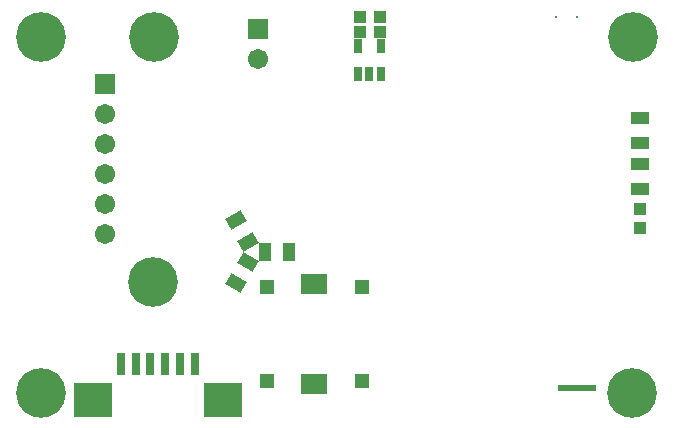
<source format=gts>
G04*
G04 #@! TF.GenerationSoftware,Altium Limited,Altium Designer,18.1.9 (240)*
G04*
G04 Layer_Color=8388736*
%FSLAX25Y25*%
%MOIN*%
G70*
G01*
G75*
G04:AMPARAMS|DCode=27|XSize=59.18mil|YSize=41.47mil|CornerRadius=0mil|HoleSize=0mil|Usage=FLASHONLY|Rotation=150.000|XOffset=0mil|YOffset=0mil|HoleType=Round|Shape=Rectangle|*
%AMROTATEDRECTD27*
4,1,4,0.03599,0.00316,0.01526,-0.03275,-0.03599,-0.00316,-0.01526,0.03275,0.03599,0.00316,0.0*
%
%ADD27ROTATEDRECTD27*%

%ADD28R,0.04147X0.05918*%
%ADD29R,0.12611X0.01981*%
%ADD30R,0.04300X0.04300*%
%ADD31R,0.03162X0.05131*%
%ADD32R,0.04737X0.04737*%
%ADD33R,0.08674X0.06706*%
G04:AMPARAMS|DCode=34|XSize=59.18mil|YSize=41.47mil|CornerRadius=0mil|HoleSize=0mil|Usage=FLASHONLY|Rotation=30.000|XOffset=0mil|YOffset=0mil|HoleType=Round|Shape=Rectangle|*
%AMROTATEDRECTD34*
4,1,4,-0.01526,-0.03275,-0.03599,0.00316,0.01526,0.03275,0.03599,-0.00316,-0.01526,-0.03275,0.0*
%
%ADD34ROTATEDRECTD34*%

%ADD35R,0.04300X0.04300*%
%ADD36R,0.05918X0.04147*%
%ADD37R,0.03162X0.07493*%
%ADD38R,0.12611X0.11430*%
%ADD39R,0.00800X0.00800*%
%ADD40R,0.06706X0.06706*%
%ADD41C,0.06706*%
%ADD42C,0.16548*%
D27*
X393799Y203980D02*
D03*
X389665Y196820D02*
D03*
D28*
X407417Y207200D02*
D03*
X399149D02*
D03*
D29*
X503400Y162000D02*
D03*
D30*
X437517Y285608D02*
D03*
X431017D02*
D03*
X437517Y280517D02*
D03*
X431017D02*
D03*
D31*
X430391Y275924D02*
D03*
X437871D02*
D03*
Y266476D02*
D03*
X434131D02*
D03*
X430391D02*
D03*
D32*
X400000Y164173D02*
D03*
Y195669D02*
D03*
X431496D02*
D03*
Y164173D02*
D03*
D33*
X415748Y196653D02*
D03*
Y163189D02*
D03*
D34*
X389665Y217760D02*
D03*
X393799Y210600D02*
D03*
D35*
X524400Y221650D02*
D03*
Y215150D02*
D03*
D36*
Y251704D02*
D03*
Y243436D02*
D03*
Y236576D02*
D03*
Y228309D02*
D03*
D37*
X351297Y169800D02*
D03*
X375903D02*
D03*
X370982D02*
D03*
X366061D02*
D03*
X361139D02*
D03*
X356218D02*
D03*
D38*
X385155Y157989D02*
D03*
X342045D02*
D03*
D39*
X496257Y285469D02*
D03*
X503343D02*
D03*
D40*
X397041Y281400D02*
D03*
X346063Y263071D02*
D03*
D41*
X397041Y271400D02*
D03*
X346063Y253071D02*
D03*
Y243071D02*
D03*
Y233071D02*
D03*
Y223071D02*
D03*
Y213071D02*
D03*
D42*
X324671Y160200D02*
D03*
X521800D02*
D03*
X324600Y278740D02*
D03*
X521871D02*
D03*
X362008Y197047D02*
D03*
X362205Y278740D02*
D03*
M02*

</source>
